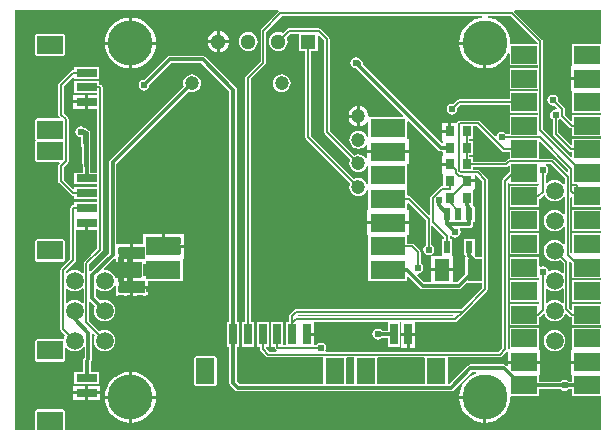
<source format=gtl>
%FSLAX23Y23*%
%MOIN*%
G70*
G01*
G75*
G04 Layer_Physical_Order=1*
G04 Layer_Color=255*
%ADD10R,0.031X0.035*%
%ADD11R,0.051X0.073*%
%ADD12R,0.039X0.039*%
%ADD13R,0.087X0.039*%
%ADD14R,0.071X0.028*%
%ADD15R,0.028X0.071*%
%ADD16R,0.087X0.059*%
%ADD17R,0.118X0.063*%
%ADD18R,0.022X0.039*%
%ADD19C,0.012*%
%ADD20C,0.006*%
%ADD21R,0.087X0.063*%
%ADD22R,0.087X0.063*%
%ADD23R,0.063X0.087*%
%ADD24R,0.051X0.051*%
%ADD25C,0.051*%
%ADD26C,0.150*%
%ADD27C,0.059*%
%ADD28C,0.047*%
%ADD29C,0.020*%
%ADD30C,0.024*%
G36*
X2850Y1549D02*
Y1500D01*
X2945D01*
Y1492D01*
X2850D01*
Y1421D01*
X2945D01*
Y1413D01*
X2850D01*
Y1397D01*
X2846Y1395D01*
X2840Y1401D01*
Y1552D01*
X2842Y1553D01*
X2845Y1554D01*
X2850Y1549D01*
D02*
G37*
G36*
X2813Y2031D02*
X2843Y2001D01*
X2846Y1999D01*
X2849Y1999D01*
X2850D01*
Y1972D01*
X2945D01*
Y1965D01*
X2850D01*
Y1945D01*
X2846Y1943D01*
X2804Y1985D01*
Y2028D01*
X2808Y2031D01*
X2813Y2031D01*
D02*
G37*
G36*
X2618Y1923D02*
X2620Y1921D01*
X2624Y1920D01*
X2642D01*
Y1898D01*
X2639D01*
X2635Y1897D01*
X2633Y1895D01*
X2625Y1888D01*
X2521D01*
Y1903D01*
X2508D01*
Y1910D01*
X2521D01*
Y1958D01*
X2508D01*
Y1965D01*
X2521D01*
Y2007D01*
X2533D01*
X2618Y1923D01*
D02*
G37*
G36*
X2455Y1373D02*
X2454Y1372D01*
X1938D01*
X1936Y1377D01*
X1937Y1378D01*
X2452D01*
X2455Y1373D01*
D02*
G37*
G36*
X1872Y2389D02*
X1871Y2388D01*
X1815Y2331D01*
X1813Y2329D01*
X1812Y2325D01*
Y2222D01*
X1763Y2173D01*
X1761Y2170D01*
X1761Y2167D01*
Y1353D01*
X1750D01*
Y1271D01*
X1789D01*
Y1353D01*
X1779D01*
Y2163D01*
X1827Y2212D01*
X1829Y2214D01*
X1830Y2218D01*
Y2321D01*
X1882Y2373D01*
X2549D01*
X2549Y2368D01*
X2542Y2367D01*
X2526Y2362D01*
X2512Y2354D01*
X2499Y2344D01*
X2488Y2331D01*
X2480Y2316D01*
X2475Y2300D01*
X2474Y2288D01*
X2559D01*
Y2283D01*
X2564D01*
Y2199D01*
X2576Y2200D01*
X2592Y2205D01*
X2606Y2213D01*
X2619Y2223D01*
X2630Y2236D01*
X2637Y2249D01*
X2642Y2247D01*
Y2209D01*
X2735D01*
Y2201D01*
X2642D01*
Y2130D01*
X2735D01*
Y2122D01*
X2642D01*
Y2096D01*
X2474D01*
X2470Y2095D01*
X2467Y2093D01*
X2454Y2080D01*
X2450Y2081D01*
X2443Y2080D01*
X2437Y2076D01*
X2433Y2070D01*
X2432Y2063D01*
X2433Y2056D01*
X2437Y2050D01*
X2443Y2046D01*
X2450Y2045D01*
X2457Y2046D01*
X2463Y2050D01*
X2467Y2056D01*
X2468Y2063D01*
X2467Y2067D01*
X2477Y2077D01*
X2642D01*
Y2051D01*
X2735D01*
Y2043D01*
X2642D01*
Y1979D01*
X2631D01*
X2628Y1982D01*
X2622Y1986D01*
X2615Y1987D01*
X2608Y1986D01*
X2602Y1982D01*
X2599Y1976D01*
X2598Y1975D01*
X2593Y1973D01*
X2544Y2022D01*
X2541Y2024D01*
X2537Y2025D01*
X2475D01*
X2471Y2024D01*
X2469Y2022D01*
X2468Y2021D01*
X2466Y2019D01*
X2465Y2017D01*
X2447D01*
Y1989D01*
X2442D01*
Y1984D01*
X2416D01*
Y1961D01*
X2417D01*
X2420Y1958D01*
X2420Y1956D01*
Y1951D01*
X2415Y1949D01*
X2152Y2212D01*
Y2218D01*
X2151Y2222D01*
X2148Y2226D01*
X2144Y2229D01*
X2143Y2229D01*
X2142Y2230D01*
X2136Y2234D01*
X2129Y2236D01*
X2122Y2234D01*
X2116Y2230D01*
X2112Y2224D01*
X2111Y2218D01*
X2112Y2211D01*
X2116Y2205D01*
X2122Y2201D01*
X2129Y2199D01*
X2130Y2200D01*
X2131Y2198D01*
X2287Y2042D01*
X2285Y2037D01*
X2175D01*
X2173Y2037D01*
X2172Y2040D01*
X2171Y2045D01*
X2171Y2048D01*
X2167Y2056D01*
X2162Y2063D01*
X2155Y2069D01*
X2147Y2072D01*
X2143Y2073D01*
Y2039D01*
Y2006D01*
X2147Y2007D01*
X2155Y2010D01*
X2162Y2015D01*
X2166Y2021D01*
X2171Y2019D01*
Y1971D01*
X2166Y1970D01*
X2164Y1976D01*
X2159Y1982D01*
X2153Y1987D01*
X2146Y1989D01*
X2138Y1991D01*
X2130Y1989D01*
X2123Y1987D01*
X2117Y1982D01*
X2112Y1976D01*
X2109Y1968D01*
X2108Y1961D01*
X2109Y1953D01*
X2112Y1946D01*
X2117Y1940D01*
X2123Y1935D01*
X2130Y1932D01*
X2138Y1931D01*
X2146Y1932D01*
X2153Y1935D01*
X2159Y1940D01*
X2162Y1944D01*
X2167Y1942D01*
Y1926D01*
X2305D01*
Y1963D01*
X2301D01*
Y2021D01*
X2306Y2023D01*
X2404Y1925D01*
X2406Y1924D01*
X2408Y1923D01*
X2412Y1922D01*
X2417D01*
X2420Y1918D01*
Y1912D01*
X2420Y1910D01*
X2417Y1907D01*
X2416D01*
Y1884D01*
X2442D01*
Y1874D01*
X2416D01*
Y1851D01*
X2417D01*
X2420Y1848D01*
Y1806D01*
X2416Y1806D01*
X2414Y1806D01*
X2412Y1805D01*
X2412Y1805D01*
X2412Y1805D01*
X2411Y1804D01*
X2410Y1803D01*
X2381Y1775D01*
X2379Y1772D01*
X2378Y1768D01*
Y1711D01*
X2373Y1709D01*
X2312Y1770D01*
X2310Y1772D01*
X2306Y1773D01*
X2305D01*
X2301Y1776D01*
Y1800D01*
X2301Y1801D01*
Y1803D01*
Y1805D01*
X2301Y1806D01*
Y1880D01*
X2305D01*
Y1916D01*
X2167D01*
Y1900D01*
X2162Y1899D01*
X2159Y1903D01*
X2153Y1908D01*
X2146Y1911D01*
X2138Y1912D01*
X2130Y1911D01*
X2124Y1908D01*
X2042Y1990D01*
Y2296D01*
X2041Y2300D01*
X2039Y2302D01*
X2012Y2329D01*
X2010Y2331D01*
X2006Y2332D01*
X1905D01*
X1902Y2332D01*
X1902Y2331D01*
X1899Y2329D01*
X1886Y2316D01*
X1879Y2319D01*
X1871Y2320D01*
X1862Y2319D01*
X1855Y2316D01*
X1848Y2311D01*
X1843Y2304D01*
X1840Y2297D01*
X1839Y2288D01*
X1840Y2280D01*
X1843Y2272D01*
X1848Y2266D01*
X1855Y2261D01*
X1862Y2258D01*
X1871Y2257D01*
X1879Y2258D01*
X1887Y2261D01*
X1893Y2266D01*
X1898Y2272D01*
X1901Y2280D01*
X1902Y2288D01*
X1901Y2297D01*
X1899Y2303D01*
X1909Y2314D01*
X1939D01*
Y2257D01*
X1961D01*
Y1970D01*
X1962Y1967D01*
X1964Y1964D01*
X2111Y1817D01*
X2109Y1811D01*
X2108Y1803D01*
X2109Y1795D01*
X2112Y1788D01*
X2117Y1782D01*
X2123Y1777D01*
X2130Y1774D01*
X2138Y1773D01*
X2146Y1774D01*
X2153Y1777D01*
X2159Y1782D01*
X2164Y1788D01*
X2166Y1794D01*
X2171Y1793D01*
Y1727D01*
X2167D01*
Y1690D01*
X2305D01*
Y1727D01*
X2301D01*
Y1748D01*
X2306Y1751D01*
X2363Y1694D01*
Y1610D01*
X2359Y1608D01*
X2355Y1602D01*
X2354Y1595D01*
X2355Y1588D01*
X2359Y1582D01*
X2365Y1578D01*
X2372Y1577D01*
X2379Y1578D01*
X2381Y1574D01*
Y1533D01*
X2452D01*
Y1574D01*
X2452D01*
X2452Y1574D01*
X2452Y1574D01*
D01*
X2452Y1574D01*
X2452Y1574D01*
X2450Y1578D01*
Y1629D01*
X2442D01*
Y1639D01*
X2446Y1640D01*
X2447Y1641D01*
X2448Y1640D01*
X2454Y1636D01*
X2461Y1634D01*
X2467Y1636D01*
X2473Y1640D01*
X2477Y1646D01*
X2479Y1653D01*
X2477Y1660D01*
X2476Y1662D01*
X2478Y1667D01*
X2507D01*
X2512Y1668D01*
X2516Y1670D01*
X2517Y1671D01*
X2519Y1675D01*
X2520Y1680D01*
Y1686D01*
X2525D01*
Y1737D01*
X2524D01*
X2522Y1739D01*
X2521Y1744D01*
X2521D01*
X2521Y1744D01*
Y1791D01*
X2521D01*
X2522Y1796D01*
X2525D01*
Y1819D01*
X2499D01*
Y1829D01*
X2525D01*
Y1843D01*
X2531D01*
X2551Y1823D01*
Y1570D01*
X2529D01*
X2526Y1573D01*
X2525Y1578D01*
X2525D01*
X2525Y1578D01*
Y1629D01*
X2491D01*
Y1578D01*
X2494D01*
X2495Y1573D01*
X2493Y1570D01*
X2493D01*
Y1513D01*
X2467Y1487D01*
X2452D01*
Y1523D01*
X2381D01*
Y1487D01*
X2357D01*
X2334Y1510D01*
X2335Y1513D01*
X2336Y1515D01*
X2343Y1516D01*
X2349Y1520D01*
X2353Y1526D01*
X2354Y1533D01*
X2353Y1540D01*
X2349Y1546D01*
X2345Y1548D01*
Y1587D01*
X2344Y1591D01*
X2342Y1594D01*
X2324Y1613D01*
X2321Y1615D01*
X2317Y1615D01*
X2301D01*
Y1644D01*
X2305D01*
Y1680D01*
X2167D01*
Y1644D01*
X2171D01*
Y1569D01*
X2171D01*
Y1565D01*
X2171D01*
Y1490D01*
X2301D01*
Y1502D01*
X2306Y1504D01*
X2343Y1466D01*
X2347Y1464D01*
X2352Y1463D01*
X2472D01*
X2477Y1464D01*
X2481Y1466D01*
X2499Y1485D01*
X2551D01*
Y1466D01*
X2481Y1397D01*
X1930D01*
X1926Y1396D01*
X1923Y1394D01*
X1911Y1381D01*
X1909Y1379D01*
X1908Y1375D01*
Y1353D01*
X1898D01*
Y1276D01*
X1888D01*
Y1353D01*
X1848D01*
Y1271D01*
X1859D01*
Y1268D01*
X1860Y1264D01*
X1862Y1262D01*
X1863Y1261D01*
X1865Y1259D01*
X1864Y1254D01*
X1840D01*
X1829Y1266D01*
X1830Y1271D01*
X1839D01*
Y1353D01*
X1799D01*
Y1271D01*
X1810D01*
Y1263D01*
X1810Y1259D01*
X1812Y1256D01*
X1830Y1239D01*
X1833Y1237D01*
X1833Y1236D01*
X1836Y1236D01*
X2019D01*
X2021Y1233D01*
Y1147D01*
X2021Y1146D01*
X1742D01*
X1733Y1155D01*
Y1271D01*
X1740D01*
Y1353D01*
X1733D01*
Y2128D01*
X1732Y2132D01*
X1729Y2136D01*
X1628Y2238D01*
X1624Y2240D01*
X1619Y2241D01*
X1509D01*
X1504Y2240D01*
X1500Y2238D01*
X1424Y2161D01*
X1423Y2161D01*
X1416Y2160D01*
X1410Y2156D01*
X1406Y2150D01*
X1405Y2143D01*
X1406Y2136D01*
X1410Y2130D01*
X1416Y2126D01*
X1423Y2125D01*
X1430Y2126D01*
X1436Y2130D01*
X1440Y2136D01*
X1441Y2143D01*
X1441Y2144D01*
X1514Y2217D01*
X1614D01*
X1708Y2122D01*
Y1353D01*
X1701D01*
Y1271D01*
X1708D01*
Y1150D01*
X1709Y1145D01*
X1712Y1141D01*
X1728Y1125D01*
X1732Y1123D01*
X1736Y1122D01*
X2445D01*
X2450Y1123D01*
X2454Y1125D01*
X2516Y1188D01*
X2531D01*
X2531Y1183D01*
X2526Y1181D01*
X2512Y1173D01*
X2499Y1163D01*
X2488Y1150D01*
X2480Y1135D01*
X2475Y1119D01*
X2474Y1107D01*
X2559D01*
Y1102D01*
X2564D01*
Y1018D01*
X2576Y1019D01*
X2592Y1024D01*
X2606Y1032D01*
X2619Y1042D01*
X2630Y1055D01*
X2638Y1070D01*
X2643Y1086D01*
X2644Y1102D01*
X2644Y1102D01*
X2648Y1106D01*
X2740D01*
Y1129D01*
X2812D01*
X2812Y1129D01*
X2818Y1125D01*
X2825Y1124D01*
X2832Y1125D01*
X2838Y1129D01*
X2838Y1129D01*
X2850D01*
Y1106D01*
X2945D01*
Y992D01*
X1161D01*
X1160Y993D01*
Y1056D01*
X1158Y1061D01*
X1154Y1063D01*
X1067D01*
X1062Y1061D01*
X1060Y1056D01*
Y993D01*
X1060Y992D01*
X992D01*
Y2394D01*
X1870D01*
X1872Y2389D01*
D02*
G37*
G36*
X2642Y1872D02*
Y1853D01*
X2621Y1832D01*
X2619Y1829D01*
X2618Y1825D01*
Y1267D01*
X2605Y1254D01*
X2030D01*
X2028Y1259D01*
X2029Y1260D01*
X2030Y1267D01*
X2029Y1274D01*
X2025Y1280D01*
X2019Y1284D01*
X2012Y1285D01*
X2005Y1284D01*
X1999Y1280D01*
X1997Y1276D01*
X1990D01*
Y1307D01*
X1967D01*
Y1317D01*
X1990D01*
Y1353D01*
X2235D01*
Y1325D01*
X2215D01*
X2215Y1326D01*
X2209Y1330D01*
X2202Y1331D01*
X2195Y1330D01*
X2189Y1326D01*
X2185Y1320D01*
X2184Y1313D01*
X2185Y1306D01*
X2189Y1300D01*
X2195Y1296D01*
X2202Y1295D01*
X2209Y1296D01*
X2215Y1300D01*
X2215Y1301D01*
X2235D01*
Y1271D01*
X2275D01*
Y1353D01*
X2280D01*
Y1317D01*
X2328D01*
Y1353D01*
X2460D01*
X2464Y1354D01*
X2466Y1356D01*
X2491Y1381D01*
X2491Y1381D01*
X2566Y1456D01*
X2568Y1459D01*
X2569Y1462D01*
Y1827D01*
X2569Y1830D01*
X2568Y1831D01*
X2566Y1833D01*
X2541Y1858D01*
X2539Y1860D01*
X2535Y1861D01*
X2521D01*
Y1870D01*
X2629D01*
X2632Y1870D01*
X2635Y1872D01*
X2637Y1874D01*
X2642Y1872D01*
D02*
G37*
G36*
X2945Y2280D02*
X2850D01*
Y2209D01*
X2847Y2205D01*
X2846D01*
Y2170D01*
X2900D01*
Y2160D01*
X2846D01*
Y2126D01*
X2847D01*
X2850Y2122D01*
Y2051D01*
X2945D01*
Y2043D01*
X2850D01*
Y2026D01*
X2846Y2024D01*
X2826Y2044D01*
Y2062D01*
X2825Y2066D01*
X2823Y2069D01*
X2803Y2089D01*
X2804Y2093D01*
X2803Y2100D01*
X2799Y2106D01*
X2793Y2110D01*
X2786Y2111D01*
X2779Y2110D01*
X2773Y2106D01*
X2769Y2100D01*
X2768Y2093D01*
X2769Y2086D01*
X2773Y2080D01*
X2779Y2076D01*
X2786Y2075D01*
X2790Y2076D01*
X2800Y2066D01*
X2797Y2062D01*
X2795Y2062D01*
X2788Y2061D01*
X2782Y2057D01*
X2778Y2051D01*
X2777Y2044D01*
X2778Y2037D01*
X2782Y2031D01*
X2786Y2029D01*
Y1981D01*
X2787Y1978D01*
X2789Y1975D01*
X2841Y1923D01*
X2843Y1921D01*
X2847Y1920D01*
X2850D01*
Y1906D01*
X2846Y1904D01*
X2753Y1996D01*
Y2289D01*
X2752Y2293D01*
X2750Y2295D01*
X2658Y2388D01*
X2657Y2389D01*
X2659Y2394D01*
X2945D01*
Y2280D01*
D02*
G37*
G36*
X2774Y1460D02*
X2783Y1457D01*
X2792Y1456D01*
X2801Y1457D01*
X2810Y1460D01*
X2817Y1466D01*
X2822Y1464D01*
Y1418D01*
X2817Y1417D01*
X2810Y1422D01*
X2801Y1426D01*
X2792Y1427D01*
X2783Y1426D01*
X2774Y1422D01*
X2767Y1417D01*
X2764Y1418D01*
X2762Y1418D01*
Y1464D01*
X2764Y1465D01*
X2767Y1466D01*
X2774Y1460D01*
D02*
G37*
G36*
X2850Y1770D02*
Y1736D01*
X2945D01*
Y1728D01*
X2850D01*
Y1657D01*
X2945D01*
Y1650D01*
X2850D01*
Y1587D01*
X2845Y1584D01*
X2844Y1585D01*
Y1768D01*
X2849Y1770D01*
X2850Y1770D01*
D02*
G37*
G36*
X2424Y1636D02*
Y1629D01*
X2416D01*
Y1578D01*
X2413Y1574D01*
X2381D01*
X2379Y1578D01*
X2385Y1582D01*
X2389Y1588D01*
X2390Y1595D01*
X2389Y1602D01*
X2385Y1608D01*
X2381Y1610D01*
Y1672D01*
X2386Y1674D01*
X2424Y1636D01*
D02*
G37*
G36*
X2642Y1815D02*
Y1815D01*
X2740D01*
X2741Y1814D01*
Y1812D01*
X2736Y1807D01*
X2642D01*
Y1736D01*
X2740D01*
Y1763D01*
X2741Y1763D01*
X2744Y1765D01*
X2755Y1776D01*
X2760Y1776D01*
X2761Y1773D01*
X2767Y1766D01*
X2774Y1760D01*
X2783Y1757D01*
X2792Y1756D01*
X2801Y1757D01*
X2810Y1760D01*
X2817Y1766D01*
X2821Y1771D01*
X2826Y1769D01*
Y1714D01*
X2821Y1712D01*
X2817Y1717D01*
X2810Y1722D01*
X2801Y1726D01*
X2792Y1727D01*
X2783Y1726D01*
X2774Y1722D01*
X2767Y1717D01*
X2761Y1709D01*
X2758Y1701D01*
X2756Y1691D01*
X2758Y1682D01*
X2761Y1673D01*
X2767Y1666D01*
X2774Y1660D01*
X2783Y1657D01*
X2792Y1656D01*
X2801Y1657D01*
X2810Y1660D01*
X2817Y1666D01*
X2821Y1671D01*
X2826Y1669D01*
Y1614D01*
X2821Y1612D01*
X2817Y1617D01*
X2810Y1622D01*
X2801Y1626D01*
X2792Y1627D01*
X2783Y1626D01*
X2774Y1622D01*
X2767Y1617D01*
X2761Y1609D01*
X2758Y1601D01*
X2756Y1591D01*
X2758Y1582D01*
X2761Y1573D01*
X2767Y1566D01*
X2774Y1560D01*
X2783Y1557D01*
X2792Y1556D01*
X2801Y1557D01*
X2810Y1560D01*
X2810Y1560D01*
X2822Y1549D01*
Y1518D01*
X2817Y1517D01*
X2810Y1522D01*
X2801Y1526D01*
X2792Y1527D01*
X2783Y1526D01*
X2776Y1523D01*
X2771Y1525D01*
X2770Y1526D01*
X2770Y1527D01*
X2766Y1533D01*
X2760Y1537D01*
X2753Y1539D01*
X2746Y1537D01*
X2745Y1536D01*
X2740Y1539D01*
Y1571D01*
X2642D01*
Y1500D01*
X2740D01*
X2741Y1499D01*
Y1493D01*
X2740Y1492D01*
X2739Y1492D01*
X2642D01*
Y1421D01*
X2739D01*
X2740Y1421D01*
X2741Y1421D01*
Y1418D01*
X2736Y1413D01*
X2642D01*
Y1342D01*
X2740D01*
Y1369D01*
X2741Y1369D01*
X2744Y1371D01*
X2753Y1380D01*
X2759Y1379D01*
X2761Y1373D01*
X2767Y1366D01*
X2774Y1360D01*
X2783Y1357D01*
X2792Y1356D01*
X2801Y1357D01*
X2810Y1360D01*
X2817Y1366D01*
X2823Y1373D01*
X2826Y1381D01*
X2831Y1384D01*
X2844Y1371D01*
X2846Y1369D01*
X2850Y1369D01*
X2850D01*
Y1342D01*
X2945D01*
Y1335D01*
X2850D01*
Y1264D01*
X2847Y1260D01*
X2846D01*
Y1225D01*
X2900D01*
Y1215D01*
X2846D01*
Y1181D01*
X2847D01*
X2850Y1177D01*
Y1154D01*
X2838D01*
X2838Y1155D01*
X2832Y1159D01*
X2825Y1160D01*
X2818Y1159D01*
X2812Y1155D01*
X2812Y1154D01*
X2744D01*
X2740Y1157D01*
Y1177D01*
X2743Y1181D01*
X2744D01*
Y1215D01*
X2638D01*
Y1208D01*
X2633Y1206D01*
X2630Y1208D01*
X2626Y1211D01*
X2622Y1212D01*
X2511D01*
X2506Y1211D01*
X2502Y1208D01*
X2440Y1146D01*
X2435D01*
X2435Y1147D01*
Y1233D01*
X2436Y1236D01*
X2609D01*
X2613Y1237D01*
X2615Y1239D01*
X2633Y1256D01*
X2636Y1255D01*
X2638Y1254D01*
Y1225D01*
X2744D01*
Y1260D01*
X2743D01*
X2740Y1264D01*
X2740Y1265D01*
Y1335D01*
X2642D01*
Y1268D01*
X2639Y1265D01*
X2636Y1267D01*
Y1817D01*
X2637Y1818D01*
X2642Y1815D01*
D02*
G37*
G36*
X2838Y1861D02*
Y1855D01*
X2834Y1853D01*
X2791Y1895D01*
X2788Y1897D01*
X2784Y1898D01*
X2740D01*
Y1952D01*
X2745Y1954D01*
X2838Y1861D01*
D02*
G37*
G36*
X2024Y2292D02*
Y1987D01*
X2025Y1983D01*
X2027Y1980D01*
X2111Y1895D01*
X2109Y1890D01*
X2108Y1882D01*
X2109Y1874D01*
X2112Y1867D01*
X2117Y1861D01*
X2123Y1856D01*
X2130Y1853D01*
X2138Y1852D01*
X2146Y1853D01*
X2153Y1856D01*
X2159Y1861D01*
X2164Y1867D01*
X2166Y1873D01*
X2171Y1872D01*
Y1813D01*
X2166Y1812D01*
X2164Y1818D01*
X2159Y1824D01*
X2153Y1829D01*
X2146Y1832D01*
X2138Y1833D01*
X2130Y1832D01*
X2124Y1830D01*
X1980Y1974D01*
Y2257D01*
X2002D01*
Y2307D01*
X2007Y2309D01*
X2024Y2292D01*
D02*
G37*
G36*
X2826Y1834D02*
Y1814D01*
X2821Y1812D01*
X2817Y1817D01*
X2810Y1822D01*
X2801Y1826D01*
X2792Y1827D01*
X2783Y1826D01*
X2774Y1822D01*
X2767Y1817D01*
X2764Y1818D01*
X2762Y1818D01*
Y1845D01*
X2766Y1847D01*
X2770Y1853D01*
X2771Y1860D01*
X2770Y1867D01*
X2766Y1873D01*
X2763Y1875D01*
X2764Y1880D01*
X2780D01*
X2826Y1834D01*
D02*
G37*
G36*
X2359Y1233D02*
Y1147D01*
X2358Y1146D01*
X2201D01*
X2200Y1147D01*
Y1233D01*
X2202Y1236D01*
X2357D01*
X2359Y1233D01*
D02*
G37*
G36*
X2124D02*
Y1147D01*
X2124Y1146D01*
X2097D01*
X2097Y1147D01*
Y1233D01*
X2099Y1236D01*
X2123D01*
X2124Y1233D01*
D02*
G37*
G36*
X2735Y2285D02*
Y2280D01*
X2648D01*
X2644Y2283D01*
X2644Y2283D01*
X2643Y2300D01*
X2638Y2316D01*
X2630Y2331D01*
X2619Y2344D01*
X2606Y2354D01*
X2592Y2362D01*
X2576Y2367D01*
X2569Y2368D01*
X2569Y2373D01*
X2647D01*
X2735Y2285D01*
D02*
G37*
%LPC*%
G36*
X1227Y1112D02*
X1187D01*
Y1093D01*
X1227D01*
Y1112D01*
D02*
G37*
G36*
X1373Y1097D02*
X1293D01*
X1294Y1086D01*
X1299Y1070D01*
X1307Y1055D01*
X1318Y1042D01*
X1331Y1032D01*
X1345Y1024D01*
X1361Y1019D01*
X1373Y1018D01*
Y1097D01*
D02*
G37*
G36*
X1278Y1112D02*
X1237D01*
Y1093D01*
X1278D01*
Y1112D01*
D02*
G37*
G36*
X2554Y1097D02*
X2474D01*
X2475Y1086D01*
X2480Y1070D01*
X2488Y1055D01*
X2499Y1042D01*
X2512Y1032D01*
X2526Y1024D01*
X2542Y1019D01*
X2554Y1018D01*
Y1097D01*
D02*
G37*
G36*
X1463D02*
X1383D01*
Y1018D01*
X1395Y1019D01*
X1411Y1024D01*
X1425Y1032D01*
X1438Y1042D01*
X1449Y1055D01*
X1457Y1070D01*
X1462Y1086D01*
X1463Y1097D01*
D02*
G37*
G36*
X1483Y1648D02*
X1419D01*
Y1614D01*
X1387D01*
Y1585D01*
Y1555D01*
X1411D01*
X1415Y1553D01*
Y1502D01*
X1411Y1500D01*
X1387D01*
Y1475D01*
X1435D01*
Y1490D01*
X1553D01*
Y1565D01*
X1557D01*
Y1601D01*
X1488D01*
Y1606D01*
X1483D01*
Y1648D01*
D02*
G37*
G36*
X1435Y1465D02*
X1387D01*
Y1441D01*
X1435D01*
Y1465D01*
D02*
G37*
G36*
X2328Y1307D02*
X2309D01*
Y1267D01*
X2328D01*
Y1307D01*
D02*
G37*
G36*
X1659Y1240D02*
X1596D01*
X1592Y1238D01*
X1590Y1233D01*
Y1147D01*
X1592Y1142D01*
X1596Y1140D01*
X1659D01*
X1664Y1142D01*
X1666Y1147D01*
Y1233D01*
X1664Y1238D01*
X1659Y1240D01*
D02*
G37*
G36*
X2299Y1307D02*
X2280D01*
Y1267D01*
X2299D01*
Y1307D01*
D02*
G37*
G36*
X2792Y1327D02*
X2783Y1326D01*
X2774Y1322D01*
X2767Y1317D01*
X2761Y1309D01*
X2758Y1301D01*
X2756Y1291D01*
X2758Y1282D01*
X2761Y1273D01*
X2767Y1266D01*
X2774Y1260D01*
X2783Y1257D01*
X2792Y1256D01*
X2801Y1257D01*
X2810Y1260D01*
X2817Y1266D01*
X2823Y1273D01*
X2827Y1282D01*
X2828Y1291D01*
X2827Y1301D01*
X2823Y1309D01*
X2817Y1317D01*
X2810Y1322D01*
X2801Y1326D01*
X2792Y1327D01*
D02*
G37*
G36*
X1383Y1187D02*
Y1107D01*
X1463D01*
X1462Y1119D01*
X1457Y1135D01*
X1449Y1150D01*
X1438Y1163D01*
X1425Y1173D01*
X1411Y1181D01*
X1395Y1186D01*
X1383Y1187D01*
D02*
G37*
G36*
X1373D02*
X1361Y1186D01*
X1345Y1181D01*
X1331Y1173D01*
X1318Y1163D01*
X1307Y1150D01*
X1299Y1135D01*
X1294Y1119D01*
X1293Y1107D01*
X1373D01*
Y1187D01*
D02*
G37*
G36*
X1278Y1141D02*
X1237D01*
Y1122D01*
X1278D01*
Y1141D01*
D02*
G37*
G36*
X1227D02*
X1187D01*
Y1122D01*
X1227D01*
Y1141D01*
D02*
G37*
G36*
X1154Y1630D02*
X1067D01*
X1062Y1628D01*
X1060Y1623D01*
Y1560D01*
X1062Y1555D01*
X1067Y1554D01*
X1154D01*
X1158Y1555D01*
X1160Y1560D01*
Y1623D01*
X1158Y1628D01*
X1154Y1630D01*
D02*
G37*
G36*
Y2315D02*
X1067D01*
X1062Y2314D01*
X1060Y2309D01*
Y2246D01*
X1062Y2241D01*
X1067Y2240D01*
X1154D01*
X1158Y2241D01*
X1160Y2246D01*
Y2309D01*
X1158Y2314D01*
X1154Y2315D01*
D02*
G37*
G36*
X1666Y2283D02*
X1635D01*
X1636Y2279D01*
X1640Y2270D01*
X1645Y2263D01*
X1653Y2257D01*
X1661Y2254D01*
X1666Y2253D01*
Y2283D01*
D02*
G37*
G36*
X2554Y2278D02*
X2474D01*
X2475Y2267D01*
X2480Y2251D01*
X2488Y2236D01*
X2499Y2223D01*
X2512Y2213D01*
X2526Y2205D01*
X2542Y2200D01*
X2554Y2199D01*
Y2278D01*
D02*
G37*
G36*
X1373D02*
X1293D01*
X1294Y2267D01*
X1299Y2251D01*
X1307Y2236D01*
X1318Y2223D01*
X1331Y2213D01*
X1345Y2205D01*
X1361Y2200D01*
X1373Y2199D01*
Y2278D01*
D02*
G37*
G36*
X1463D02*
X1383D01*
Y2199D01*
X1395Y2200D01*
X1411Y2205D01*
X1425Y2213D01*
X1438Y2223D01*
X1449Y2236D01*
X1457Y2251D01*
X1462Y2267D01*
X1463Y2278D01*
D02*
G37*
G36*
X1706Y2283D02*
X1676D01*
Y2253D01*
X1680Y2254D01*
X1689Y2257D01*
X1696Y2263D01*
X1702Y2270D01*
X1705Y2279D01*
X1706Y2283D01*
D02*
G37*
G36*
X1666Y2324D02*
X1661Y2323D01*
X1653Y2319D01*
X1645Y2314D01*
X1640Y2306D01*
X1636Y2298D01*
X1635Y2293D01*
X1666D01*
Y2324D01*
D02*
G37*
G36*
X1676D02*
Y2293D01*
X1706D01*
X1705Y2298D01*
X1702Y2306D01*
X1696Y2314D01*
X1689Y2319D01*
X1680Y2323D01*
X1676Y2324D01*
D02*
G37*
G36*
X1383Y2368D02*
Y2288D01*
X1463D01*
X1462Y2300D01*
X1457Y2316D01*
X1449Y2331D01*
X1438Y2344D01*
X1425Y2354D01*
X1411Y2362D01*
X1395Y2367D01*
X1383Y2368D01*
D02*
G37*
G36*
X1771Y2320D02*
X1762Y2319D01*
X1755Y2316D01*
X1748Y2311D01*
X1743Y2304D01*
X1740Y2297D01*
X1739Y2288D01*
X1740Y2280D01*
X1743Y2272D01*
X1748Y2266D01*
X1755Y2261D01*
X1762Y2258D01*
X1771Y2257D01*
X1779Y2258D01*
X1787Y2261D01*
X1793Y2266D01*
X1798Y2272D01*
X1801Y2280D01*
X1802Y2288D01*
X1801Y2297D01*
X1798Y2304D01*
X1793Y2311D01*
X1787Y2316D01*
X1779Y2319D01*
X1771Y2320D01*
D02*
G37*
G36*
X1373Y2368D02*
X1361Y2367D01*
X1345Y2362D01*
X1331Y2354D01*
X1318Y2344D01*
X1307Y2331D01*
X1299Y2316D01*
X1294Y2300D01*
X1293Y2288D01*
X1373D01*
Y2368D01*
D02*
G37*
G36*
X1882Y2179D02*
X1874Y2178D01*
X1867Y2175D01*
X1861Y2171D01*
X1856Y2165D01*
X1853Y2157D01*
X1852Y2150D01*
X1853Y2142D01*
X1856Y2135D01*
X1861Y2128D01*
X1867Y2124D01*
X1874Y2121D01*
X1882Y2120D01*
X1890Y2121D01*
X1897Y2124D01*
X1903Y2128D01*
X1908Y2135D01*
X1911Y2142D01*
X1912Y2150D01*
X1911Y2157D01*
X1908Y2165D01*
X1903Y2171D01*
X1897Y2175D01*
X1890Y2178D01*
X1882Y2179D01*
D02*
G37*
G36*
X2740Y1728D02*
X2642D01*
Y1657D01*
X2740D01*
Y1728D01*
D02*
G37*
G36*
X2437Y2017D02*
X2416D01*
Y1994D01*
X2437D01*
Y2017D01*
D02*
G37*
G36*
X2740Y1650D02*
X2642D01*
Y1579D01*
X2740D01*
Y1650D01*
D02*
G37*
G36*
X1557Y1648D02*
X1493D01*
Y1611D01*
X1557D01*
Y1648D01*
D02*
G37*
G36*
X2133Y2034D02*
X2105D01*
X2105Y2031D01*
X2108Y2022D01*
X2114Y2015D01*
X2121Y2010D01*
X2129Y2007D01*
X2133Y2006D01*
Y2034D01*
D02*
G37*
G36*
X1227Y2110D02*
X1187D01*
Y2092D01*
X1227D01*
Y2110D01*
D02*
G37*
G36*
X1274Y2205D02*
X1191D01*
Y2194D01*
X1188D01*
X1184Y2193D01*
X1182Y2191D01*
X1140Y2150D01*
X1138Y2147D01*
X1137Y2144D01*
Y2045D01*
X1138Y2042D01*
X1140Y2039D01*
X1142Y2037D01*
X1140Y2032D01*
X1067D01*
X1062Y2030D01*
X1060Y2026D01*
Y1963D01*
X1062Y1959D01*
X1060Y1956D01*
Y1893D01*
X1062Y1888D01*
X1067Y1886D01*
X1140D01*
X1142Y1882D01*
X1140Y1880D01*
X1138Y1877D01*
X1137Y1873D01*
Y1824D01*
X1138Y1820D01*
X1140Y1817D01*
X1182Y1776D01*
X1184Y1774D01*
X1188Y1773D01*
X1191D01*
Y1763D01*
X1268D01*
Y1753D01*
X1191D01*
Y1742D01*
X1188D01*
X1184Y1742D01*
X1182Y1740D01*
X1181Y1739D01*
X1179Y1736D01*
X1178Y1732D01*
Y1564D01*
X1147Y1532D01*
X1145Y1530D01*
X1144Y1526D01*
Y1330D01*
X1145Y1327D01*
X1147Y1324D01*
X1161Y1309D01*
X1161Y1309D01*
X1158Y1301D01*
X1157Y1299D01*
X1154Y1297D01*
X1067D01*
X1062Y1295D01*
X1060Y1290D01*
Y1227D01*
X1062Y1223D01*
X1067Y1221D01*
X1154D01*
X1158Y1223D01*
X1160Y1227D01*
Y1267D01*
X1165Y1268D01*
X1167Y1266D01*
X1174Y1260D01*
X1183Y1257D01*
X1192Y1256D01*
X1201Y1257D01*
X1210Y1260D01*
X1217Y1266D01*
X1221Y1270D01*
X1226Y1269D01*
Y1236D01*
X1224Y1234D01*
X1221Y1230D01*
X1220Y1225D01*
Y1186D01*
X1191D01*
Y1147D01*
X1274D01*
Y1186D01*
X1245D01*
Y1220D01*
X1247Y1222D01*
X1249Y1226D01*
X1250Y1231D01*
Y1313D01*
X1255Y1315D01*
X1261Y1309D01*
X1261Y1309D01*
X1258Y1301D01*
X1256Y1291D01*
X1258Y1282D01*
X1261Y1273D01*
X1267Y1266D01*
X1274Y1260D01*
X1283Y1257D01*
X1292Y1256D01*
X1301Y1257D01*
X1310Y1260D01*
X1317Y1266D01*
X1323Y1273D01*
X1327Y1282D01*
X1328Y1291D01*
X1327Y1301D01*
X1323Y1309D01*
X1317Y1317D01*
X1310Y1322D01*
X1301Y1326D01*
X1292Y1327D01*
X1283Y1326D01*
X1274Y1322D01*
X1274Y1322D01*
X1240Y1356D01*
Y1419D01*
X1245Y1421D01*
X1260Y1406D01*
X1258Y1401D01*
X1256Y1391D01*
X1258Y1382D01*
X1261Y1373D01*
X1267Y1366D01*
X1274Y1360D01*
X1283Y1357D01*
X1292Y1356D01*
X1301Y1357D01*
X1310Y1360D01*
X1317Y1366D01*
X1323Y1373D01*
X1327Y1382D01*
X1328Y1391D01*
X1327Y1401D01*
X1323Y1409D01*
X1317Y1417D01*
X1310Y1422D01*
X1301Y1426D01*
X1292Y1427D01*
X1283Y1426D01*
X1277Y1424D01*
X1262Y1439D01*
Y1464D01*
X1264Y1465D01*
X1267Y1466D01*
X1274Y1460D01*
X1283Y1457D01*
X1292Y1456D01*
X1301Y1457D01*
X1310Y1460D01*
X1317Y1466D01*
X1323Y1473D01*
X1324Y1474D01*
X1329Y1473D01*
Y1441D01*
X1377D01*
Y1470D01*
Y1500D01*
X1329D01*
Y1500D01*
X1325Y1504D01*
X1323Y1509D01*
X1317Y1517D01*
X1310Y1522D01*
X1301Y1526D01*
X1292Y1527D01*
X1291Y1529D01*
X1290Y1532D01*
X1324Y1565D01*
X1329Y1563D01*
Y1555D01*
X1377D01*
Y1585D01*
Y1614D01*
X1331D01*
Y1881D01*
X1572Y2122D01*
X1575Y2121D01*
X1583Y2120D01*
X1590Y2121D01*
X1598Y2124D01*
X1604Y2128D01*
X1609Y2135D01*
X1612Y2142D01*
X1613Y2150D01*
X1612Y2157D01*
X1609Y2165D01*
X1604Y2171D01*
X1598Y2175D01*
X1590Y2178D01*
X1583Y2179D01*
X1575Y2178D01*
X1568Y2175D01*
X1562Y2171D01*
X1557Y2165D01*
X1554Y2157D01*
X1553Y2150D01*
X1554Y2142D01*
X1555Y2139D01*
X1310Y1895D01*
X1308Y1891D01*
X1307Y1886D01*
Y1583D01*
X1245Y1521D01*
X1240Y1524D01*
Y1545D01*
X1283Y1589D01*
X1285Y1591D01*
X1286Y1592D01*
X1286Y1595D01*
Y2135D01*
X1285Y2138D01*
X1283Y2141D01*
X1282Y2142D01*
X1280Y2144D01*
X1276Y2145D01*
X1274D01*
Y2156D01*
X1191D01*
Y2116D01*
X1268D01*
Y2110D01*
X1237D01*
Y2087D01*
Y2063D01*
X1268D01*
Y1851D01*
X1244D01*
Y1982D01*
X1244Y1984D01*
X1243Y1987D01*
X1243Y1987D01*
X1243Y1987D01*
X1242Y1989D01*
X1241Y1991D01*
X1234Y1997D01*
X1234Y1997D01*
X1234Y1997D01*
X1234Y1997D01*
X1234Y1997D01*
X1232Y1998D01*
X1230Y1999D01*
X1230Y1999D01*
X1230Y1999D01*
X1230Y2000D01*
X1230Y2000D01*
X1228Y2000D01*
X1226Y2000D01*
X1226Y2000D01*
X1226Y2000D01*
X1225D01*
X1224Y2001D01*
X1219Y2005D01*
X1212Y2006D01*
X1205Y2005D01*
X1199Y2001D01*
X1195Y1995D01*
X1193Y1988D01*
X1195Y1981D01*
X1199Y1975D01*
X1205Y1971D01*
X1212Y1970D01*
X1214Y1968D01*
X1219Y1855D01*
X1215Y1851D01*
X1191D01*
Y1812D01*
X1268D01*
Y1802D01*
X1191D01*
Y1799D01*
X1186Y1797D01*
X1156Y1828D01*
Y1869D01*
X1169Y1883D01*
X1171Y1885D01*
X1171Y1886D01*
X1172Y1889D01*
Y2029D01*
X1171Y2032D01*
X1171Y2033D01*
X1169Y2036D01*
X1156Y2049D01*
Y2140D01*
X1186Y2170D01*
X1191Y2168D01*
Y2165D01*
X1274D01*
Y2205D01*
D02*
G37*
G36*
X1227Y2082D02*
X1187D01*
Y2063D01*
X1227D01*
Y2082D01*
D02*
G37*
G36*
X2133Y2073D02*
X2129Y2072D01*
X2121Y2069D01*
X2114Y2063D01*
X2108Y2056D01*
X2105Y2048D01*
X2105Y2044D01*
X2133D01*
Y2073D01*
D02*
G37*
%LPD*%
G36*
X1237Y1660D02*
X1268D01*
Y1599D01*
X1225Y1555D01*
X1223Y1553D01*
X1222Y1549D01*
Y1518D01*
X1217Y1517D01*
X1210Y1522D01*
X1201Y1526D01*
X1192Y1527D01*
X1183Y1526D01*
X1174Y1522D01*
X1168Y1518D01*
X1163Y1520D01*
X1163Y1523D01*
X1193Y1554D01*
X1195Y1556D01*
X1196Y1560D01*
Y1660D01*
X1227D01*
Y1684D01*
X1237D01*
Y1660D01*
D02*
G37*
G36*
X1174Y1460D02*
X1183Y1457D01*
X1192Y1456D01*
X1201Y1457D01*
X1210Y1460D01*
X1217Y1466D01*
X1222Y1464D01*
Y1418D01*
X1217Y1417D01*
X1210Y1422D01*
X1201Y1426D01*
X1192Y1427D01*
X1183Y1426D01*
X1174Y1422D01*
X1167Y1417D01*
X1164Y1418D01*
X1162Y1418D01*
Y1464D01*
X1164Y1465D01*
X1167Y1466D01*
X1174Y1460D01*
D02*
G37*
D10*
X2442Y1989D02*
D03*
X2499D02*
D03*
X2442Y1768D02*
D03*
X2499D02*
D03*
Y1824D02*
D03*
X2442D02*
D03*
X2499Y1934D02*
D03*
X2442D02*
D03*
X2499Y1879D02*
D03*
X2442D02*
D03*
D11*
X2525Y1528D02*
D03*
X2416D02*
D03*
D12*
X1441D02*
D03*
D13*
X1382Y1470D02*
D03*
Y1585D02*
D03*
D14*
X1232Y1117D02*
D03*
Y1166D02*
D03*
X1232Y1684D02*
D03*
Y1832D02*
D03*
Y1733D02*
D03*
Y1782D02*
D03*
Y2136D02*
D03*
Y2087D02*
D03*
Y2185D02*
D03*
D15*
X2304Y1312D02*
D03*
X2255D02*
D03*
X1917D02*
D03*
X1770D02*
D03*
X1868D02*
D03*
X1819D02*
D03*
X1720D02*
D03*
X1967D02*
D03*
D16*
X2900Y1142D02*
D03*
Y1220D02*
D03*
Y1299D02*
D03*
Y1378D02*
D03*
Y1457D02*
D03*
Y1535D02*
D03*
Y1614D02*
D03*
Y1693D02*
D03*
Y1772D02*
D03*
Y1850D02*
D03*
Y1929D02*
D03*
Y2008D02*
D03*
Y2087D02*
D03*
Y2165D02*
D03*
Y2244D02*
D03*
X2691Y1142D02*
D03*
Y1220D02*
D03*
Y1299D02*
D03*
Y1378D02*
D03*
Y1457D02*
D03*
Y1535D02*
D03*
Y1614D02*
D03*
Y1693D02*
D03*
Y1772D02*
D03*
Y1850D02*
D03*
Y1929D02*
D03*
Y2008D02*
D03*
Y2087D02*
D03*
Y2165D02*
D03*
Y2244D02*
D03*
D17*
X1488Y1606D02*
D03*
Y1528D02*
D03*
X2236Y2000D02*
D03*
Y1921D02*
D03*
Y1843D02*
D03*
Y1764D02*
D03*
Y1685D02*
D03*
Y1606D02*
D03*
Y1528D02*
D03*
D18*
X2508Y1603D02*
D03*
X2433D02*
D03*
Y1712D02*
D03*
X2470D02*
D03*
X2508D02*
D03*
D19*
X2680Y1142D02*
X2691D01*
X2622Y1200D02*
X2680Y1142D01*
X2511Y1200D02*
X2622D01*
X2445Y1134D02*
X2511Y1200D01*
X1736Y1134D02*
X2445D01*
X2508Y1712D02*
Y1735D01*
Y1574D02*
Y1603D01*
X2434Y1679D02*
X2507D01*
X1192Y1364D02*
X1238Y1318D01*
X1423Y2143D02*
X1509Y2229D01*
X1720Y1312D02*
Y2128D01*
X1232Y1832D02*
X1232D01*
X1250Y1433D02*
X1292Y1391D01*
X1250Y1433D02*
Y1509D01*
X1319Y1578D01*
Y1886D01*
X1583Y2150D01*
X2299Y1528D02*
X2352Y1475D01*
X1226Y1988D02*
X1232Y1982D01*
X2255Y1312D02*
Y1313D01*
X1192Y1364D02*
Y1391D01*
X1238Y1231D02*
Y1318D01*
X1232Y1225D02*
X1238Y1231D01*
X1232Y1166D02*
Y1225D01*
X2408Y1745D02*
Y1759D01*
Y1745D02*
X2433Y1712D01*
X2499Y1744D02*
Y1768D01*
Y1744D02*
X2508Y1735D01*
X2507Y1679D02*
X2508Y1680D01*
Y1712D01*
X1509Y2229D02*
X1619D01*
X1720Y2128D01*
Y1150D02*
X1736Y1134D01*
X1720Y1150D02*
Y1312D01*
X2508Y1574D02*
X2525Y1557D01*
Y1528D02*
Y1557D01*
X2472Y1475D02*
X2525Y1528D01*
X2352Y1475D02*
X2472D01*
X2236Y1528D02*
X2299D01*
X2412Y1934D02*
X2442D01*
X1226Y1988D02*
X1232Y1832D01*
X1212Y1988D02*
X1226D01*
X2433Y1680D02*
Y1712D01*
X1232Y1832D02*
Y1982D01*
X1226Y1988D02*
X1226D01*
X2202Y1313D02*
X2255D01*
X2129Y2218D02*
X2140Y2207D01*
X2412Y1934D01*
X2140Y2207D02*
Y2218D01*
X2433Y1680D02*
X2434Y1679D01*
X2461Y1653D01*
X2691Y1142D02*
X2900D01*
D20*
X2651Y2382D02*
X2744Y2289D01*
X1878Y2382D02*
X2651D01*
X1821Y2325D02*
X1878Y2382D01*
X2499Y1879D02*
Y1934D01*
Y1989D01*
X1188Y2185D02*
X1232D01*
X1188Y1782D02*
X1232D01*
X1153Y1330D02*
X1192Y1291D01*
X1153Y1526D02*
X1187Y1560D01*
Y1732D01*
X2850Y1378D02*
X2900D01*
X2831Y1397D02*
Y1552D01*
X2627Y1825D02*
X2652Y1850D01*
X2627Y1263D02*
Y1825D01*
X1819Y1263D02*
Y1312D01*
X2691Y1378D02*
X2737D01*
X2753Y1393D01*
X2317Y1606D02*
X2336Y1587D01*
X2236Y1764D02*
X2306D01*
X1231Y1352D02*
X1292Y1291D01*
X1276Y2136D02*
X1277Y2135D01*
X1871Y2288D02*
X1905Y2323D01*
X2886Y1850D02*
X2900D01*
X2744Y1992D02*
Y2289D01*
X1821Y2218D02*
Y2325D01*
X1770Y2167D02*
X1821Y2218D01*
X1770Y1312D02*
Y2167D01*
X2691Y1772D02*
X2737D01*
X2753Y1787D01*
X2847Y1812D02*
Y1865D01*
Y1812D02*
X2848Y1811D01*
X2864D01*
X2865Y1810D01*
Y1772D02*
X2900D01*
X2629Y1879D02*
X2639Y1889D01*
X2835Y1577D02*
X2877Y1535D01*
X2900D01*
X1917Y1375D02*
X1930Y1388D01*
X2485D01*
X2560Y1462D01*
X2847Y1929D02*
X2900D01*
X2795Y1981D02*
X2847Y1929D01*
X1869Y1267D02*
X2012D01*
X1868Y1268D02*
Y1312D01*
X2387Y1686D02*
X2433Y1640D01*
X2387Y1686D02*
Y1768D01*
X2416Y1797D01*
X2442Y1798D02*
Y1824D01*
X1188Y1733D02*
X1232D01*
X1187Y1732D02*
X1188Y1733D01*
X1153Y1330D02*
Y1526D01*
X1232Y2136D02*
X1276D01*
X1277Y1595D02*
Y2135D01*
X1231Y1549D02*
X1277Y1595D01*
X1231Y1352D02*
Y1549D01*
X2474Y2087D02*
X2691D01*
X2450Y2063D02*
X2474Y2087D01*
X2835Y1577D02*
Y1838D01*
X2784Y1889D02*
X2835Y1838D01*
X2639Y1889D02*
X2784D01*
X2499Y1879D02*
X2629D01*
X2831Y1397D02*
X2850Y1378D01*
X2792Y1591D02*
X2831Y1552D01*
X2372Y1595D02*
Y1698D01*
X2306Y1764D02*
X2372Y1698D01*
X2753Y1393D02*
Y1520D01*
X2336Y1533D02*
Y1587D01*
X2236Y1606D02*
X2317D01*
X2033Y1987D02*
X2138Y1882D01*
X2033Y1987D02*
Y2296D01*
X2006Y2323D02*
X2033Y2296D01*
X1905Y2323D02*
X2006D01*
X1971Y1970D02*
Y2288D01*
Y1970D02*
X2138Y1803D01*
X1441Y1528D02*
X1488D01*
X2795Y1981D02*
Y2044D01*
X1868Y1268D02*
X1869Y1267D01*
X2652Y1850D02*
X2691D01*
X2609Y1245D02*
X2627Y1263D01*
X1836Y1245D02*
X2609D01*
X1819Y1263D02*
X1836Y1245D01*
X2744Y1992D02*
X2886Y1850D01*
X2416Y1797D02*
X2442Y1798D01*
X2433Y1603D02*
Y1640D01*
X2470Y1712D02*
Y1725D01*
X2442Y1754D02*
X2470Y1725D01*
X2442Y1754D02*
Y1768D01*
X2753Y1787D02*
Y1860D01*
X2847Y1789D02*
X2865Y1772D01*
X2743Y1969D02*
X2847Y1865D01*
X2786Y2093D02*
X2816Y2062D01*
Y2040D02*
Y2062D01*
Y2040D02*
X2849Y2008D01*
X2900D01*
X2475Y2016D02*
X2537D01*
X2474Y2015D02*
X2475Y2016D01*
X2535Y1852D02*
X2560Y1827D01*
Y1462D02*
Y1827D01*
X1930Y1362D02*
X2460D01*
X1917Y1350D02*
X1930Y1362D01*
X1917Y1312D02*
Y1350D01*
X2615Y1969D02*
X2628D01*
X2743D01*
X2847Y1789D02*
Y1812D01*
X2865Y1772D02*
Y1810D01*
X1917Y1350D02*
Y1375D01*
X2460Y1362D02*
X2485Y1388D01*
X2624Y1929D02*
X2691D01*
X2537Y2016D02*
X2624Y1929D01*
X1147Y1824D02*
X1188Y1782D01*
X1147Y2144D02*
X1188Y2185D01*
X1163Y1889D02*
Y2029D01*
X1147Y2045D02*
Y2144D01*
Y1824D02*
Y1873D01*
X1163Y1889D01*
X1147Y2045D02*
X1163Y2029D01*
X2442Y1768D02*
X2443D01*
X2499Y1824D01*
X2474Y1858D02*
Y2015D01*
Y1858D02*
X2480Y1852D01*
X2535D01*
X2483Y1840D02*
X2499Y1824D01*
X2472Y1840D02*
X2483D01*
X2462Y1850D02*
X2472Y1840D01*
X2462Y1850D02*
Y1861D01*
X2444Y1879D02*
X2462Y1861D01*
X2442Y1879D02*
X2444D01*
D21*
X1110Y1025D02*
D03*
X1110Y1592D02*
D03*
Y1924D02*
D03*
Y2277D02*
D03*
Y1994D02*
D03*
D22*
X1110Y1259D02*
D03*
D23*
X2397Y1190D02*
D03*
X2162D02*
D03*
X2059D02*
D03*
X1628D02*
D03*
D24*
X1971Y2288D02*
D03*
D25*
X1871D02*
D03*
X1771D02*
D03*
X1671D02*
D03*
D26*
X2559Y1102D02*
D03*
Y2283D02*
D03*
X1378D02*
D03*
Y1102D02*
D03*
D27*
X2792Y1291D02*
D03*
Y1391D02*
D03*
Y1491D02*
D03*
Y1591D02*
D03*
Y1691D02*
D03*
Y1791D02*
D03*
X1292Y1291D02*
D03*
X1192D02*
D03*
Y1391D02*
D03*
Y1491D02*
D03*
X1292Y1391D02*
D03*
Y1491D02*
D03*
D28*
X2138Y1803D02*
D03*
Y1882D02*
D03*
Y1961D02*
D03*
Y2039D02*
D03*
X1882Y2150D02*
D03*
X1583D02*
D03*
D29*
X2854Y1083D02*
D03*
X2805Y2165D02*
D03*
X2756Y1083D02*
D03*
X2657D02*
D03*
X2608Y2165D02*
D03*
X2559Y2067D02*
D03*
Y1280D02*
D03*
X2461Y2264D02*
D03*
X2510Y2165D02*
D03*
Y1378D02*
D03*
X2461Y1280D02*
D03*
Y1083D02*
D03*
X2362Y2264D02*
D03*
X2411Y2165D02*
D03*
X2362Y2067D02*
D03*
Y1870D02*
D03*
Y1280D02*
D03*
Y1083D02*
D03*
X2313Y2165D02*
D03*
X2264Y1476D02*
D03*
X2313Y1181D02*
D03*
X2264Y1083D02*
D03*
X2215Y2165D02*
D03*
X2165Y1476D02*
D03*
X2215Y1181D02*
D03*
X2165Y1083D02*
D03*
X2067Y1673D02*
D03*
X2116Y1575D02*
D03*
X2067Y1476D02*
D03*
Y1280D02*
D03*
Y1083D02*
D03*
X2018Y1969D02*
D03*
Y1772D02*
D03*
X1969Y1673D02*
D03*
X2018Y1575D02*
D03*
X1969Y1476D02*
D03*
Y1083D02*
D03*
X1870Y2067D02*
D03*
X1919Y1969D02*
D03*
Y1772D02*
D03*
X1870Y1673D02*
D03*
X1919Y1575D02*
D03*
X1870Y1476D02*
D03*
X1919Y1181D02*
D03*
X1870Y1083D02*
D03*
X1821Y2165D02*
D03*
Y1772D02*
D03*
Y1575D02*
D03*
Y1378D02*
D03*
Y1181D02*
D03*
X1772Y1083D02*
D03*
X1722Y2165D02*
D03*
X1673Y2067D02*
D03*
Y1673D02*
D03*
Y1476D02*
D03*
Y1280D02*
D03*
Y1083D02*
D03*
X1575Y2264D02*
D03*
Y2067D02*
D03*
X1624Y1772D02*
D03*
X1575Y1673D02*
D03*
X1624Y1575D02*
D03*
Y1378D02*
D03*
X1575Y1280D02*
D03*
Y1083D02*
D03*
X1476Y2264D02*
D03*
X1526Y1772D02*
D03*
X1476Y1673D02*
D03*
X1526Y1378D02*
D03*
X1476Y1280D02*
D03*
X1526Y1181D02*
D03*
X1476Y1083D02*
D03*
X1427Y1772D02*
D03*
X1378Y1673D02*
D03*
X1427Y1378D02*
D03*
Y1181D02*
D03*
X1280Y2264D02*
D03*
X1329Y2165D02*
D03*
Y1181D02*
D03*
X1280Y1083D02*
D03*
X1181Y2264D02*
D03*
Y1870D02*
D03*
Y1083D02*
D03*
X1132Y2165D02*
D03*
X1083Y2067D02*
D03*
Y1870D02*
D03*
X1132Y1772D02*
D03*
X1083Y1673D02*
D03*
Y1476D02*
D03*
X1132Y1378D02*
D03*
Y1181D02*
D03*
X1083Y1083D02*
D03*
D30*
X1567Y1622D02*
D03*
X1598D02*
D03*
X1567Y1591D02*
D03*
X1598D02*
D03*
X1567Y1559D02*
D03*
X1598D02*
D03*
X1567Y1528D02*
D03*
X1598D02*
D03*
X1567Y1496D02*
D03*
X1598D02*
D03*
X1598Y1465D02*
D03*
Y1433D02*
D03*
X1567Y1465D02*
D03*
Y1433D02*
D03*
X1535Y1465D02*
D03*
Y1433D02*
D03*
X1504Y1465D02*
D03*
Y1433D02*
D03*
X1472Y1465D02*
D03*
Y1433D02*
D03*
X1441Y1465D02*
D03*
Y1433D02*
D03*
X1409Y1465D02*
D03*
Y1433D02*
D03*
X1378D02*
D03*
X1346D02*
D03*
X1378Y1465D02*
D03*
X1346D02*
D03*
X1378Y1496D02*
D03*
X1346D02*
D03*
Y1528D02*
D03*
X1378D02*
D03*
Y1559D02*
D03*
X1346D02*
D03*
Y1622D02*
D03*
Y1591D02*
D03*
X1378Y1622D02*
D03*
Y1591D02*
D03*
X1409Y1622D02*
D03*
Y1591D02*
D03*
X1441Y1622D02*
D03*
Y1591D02*
D03*
X1472Y1622D02*
D03*
Y1591D02*
D03*
X1504D02*
D03*
Y1622D02*
D03*
X1535D02*
D03*
Y1591D02*
D03*
X2202Y1313D02*
D03*
X2450Y2063D02*
D03*
X2408Y1759D02*
D03*
X1423Y2143D02*
D03*
X2372Y1595D02*
D03*
X2753Y1520D02*
D03*
X2336Y1533D02*
D03*
X2795Y2044D02*
D03*
X2012Y1267D02*
D03*
X2753Y1860D02*
D03*
X2129Y2218D02*
D03*
X1212Y1988D02*
D03*
X2461Y1653D02*
D03*
X2786Y2093D02*
D03*
X2615Y1969D02*
D03*
X2825Y1142D02*
D03*
X1173Y2113D02*
D03*
X1232Y1643D02*
D03*
X2471Y1594D02*
D03*
X2374Y1311D02*
D03*
X2773Y1219D02*
D03*
M02*

</source>
